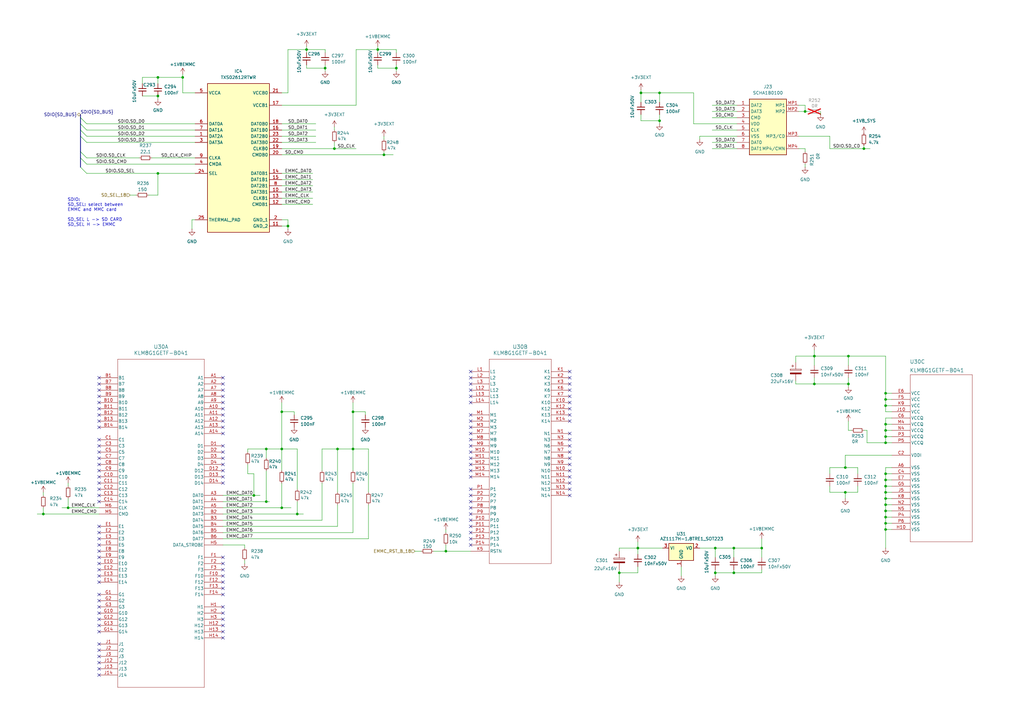
<source format=kicad_sch>
(kicad_sch (version 20250114) (generator "eeschema") (generator_version "9.0")
  (paper "A3")
  (title_block (title "NASR-M") (date "2025-09-26") (rev "D 0.9.4") (company "electrodyssey.net") (comment 1 "Selectable SD card / EMMC") (comment 2 "(c) Nazim 2025") (comment 3 "Author: Nazim Aghabayov") (comment 4 "SYZYGY Carrier Mainboard") (comment 5 "rel: Fletched Bustard"))
  (bus_alias "SD_BUS" (members "SD_D0" "SD_D1" "SD_D2" "SD_D3" "SD_CLK" "SD_CMD" "SD_SEL" "SD_CD"))
  (text "SDIO:\nSD_SEL: select between\nEMMC and MMC card\n\nSD_SEL L -> SD CARD\nSD_SEL H -> EMMC" (at 27.686 87.122 0) (effects (font (size 1.27 1.27)) (justify left)))
  (junction (at 64.77 39.37))
  (junction (at 363.22 209.55))
  (junction (at 354.33 60.96))
  (junction (at 104.14 203.2))
  (junction (at 118.11 92.71))
  (junction (at 363.22 199.39))
  (junction (at 293.37 224.79))
  (junction (at 154.94 20.32))
  (junction (at 144.78 184.15))
  (junction (at 261.62 224.79))
  (junction (at 64.77 31.75))
  (junction (at 182.88 226.06))
  (junction (at 74.93 31.75))
  (junction (at 262.89 38.1))
  (junction (at 334.01 157.48))
  (junction (at 363.22 176.53))
  (junction (at 254 234.95))
  (junction (at 347.98 146.05))
  (junction (at 109.22 205.74))
  (junction (at 121.92 210.82))
  (junction (at 363.22 212.09))
  (junction (at 144.78 168.91))
  (junction (at 115.57 208.28))
  (junction (at 363.22 179.07))
  (junction (at 157.48 63.5))
  (junction (at 300.99 234.95))
  (junction (at 363.22 161.29))
  (junction (at 115.57 168.91))
  (junction (at 27.94 208.28))
  (junction (at 133.35 27.94))
  (junction (at 346.71 191.77))
  (junction (at 293.37 234.95))
  (junction (at 363.22 214.63))
  (junction (at 363.22 173.99))
  (junction (at 330.2 45.72))
  (junction (at 363.22 181.61))
  (junction (at 125.73 20.32))
  (junction (at 363.22 204.47))
  (junction (at 162.56 27.94))
  (junction (at 363.22 207.01))
  (junction (at 347.98 157.48))
  (junction (at 270.51 38.1))
  (junction (at 363.22 166.37))
  (junction (at 64.77 71.12))
  (junction (at 300.99 224.79))
  (junction (at 312.42 224.79))
  (junction (at 334.01 146.05))
  (junction (at 17.78 210.82))
  (junction (at 137.16 60.96))
  (junction (at 363.22 217.17))
  (junction (at 346.71 201.93))
  (junction (at 109.22 184.15))
  (junction (at 363.22 196.85))
  (junction (at 115.57 184.15))
  (junction (at 138.43 184.15))
  (junction (at 363.22 201.93))
  (junction (at 363.22 194.31))
  (junction (at 363.22 163.83))
  (junction (at 270.51 49.53))
  (no_connect (at 91.44 165.1))
  (no_connect (at 193.04 210.82))
  (no_connect (at 40.64 203.2))
  (no_connect (at 40.64 276.86))
  (no_connect (at 233.68 193.04))
  (no_connect (at 91.44 254))
  (no_connect (at 233.68 160.02))
  (no_connect (at 40.64 172.72))
  (no_connect (at 40.64 218.44))
  (no_connect (at 91.44 231.14))
  (no_connect (at 233.68 167.64))
  (no_connect (at 233.68 195.58))
  (no_connect (at 40.64 271.78))
  (no_connect (at 193.04 172.72))
  (no_connect (at 40.64 162.56))
  (no_connect (at 40.64 248.92))
  (no_connect (at 40.64 205.74))
  (no_connect (at 91.44 241.3))
  (no_connect (at 233.68 172.72))
  (no_connect (at 91.44 228.6))
  (no_connect (at 91.44 154.94))
  (no_connect (at 91.44 198.12))
  (no_connect (at 40.64 226.06))
  (no_connect (at 193.04 213.36))
  (no_connect (at 91.44 177.8))
  (no_connect (at 40.64 238.76))
  (no_connect (at 40.64 254))
  (no_connect (at 40.64 243.84))
  (no_connect (at 233.68 190.5))
  (no_connect (at 40.64 160.02))
  (no_connect (at 193.04 182.88))
  (no_connect (at 91.44 195.58))
  (no_connect (at 233.68 170.18))
  (no_connect (at 40.64 195.58))
  (no_connect (at 40.64 215.9))
  (no_connect (at 40.64 259.08))
  (no_connect (at 91.44 157.48))
  (no_connect (at 193.04 193.04))
  (no_connect (at 91.44 243.84))
  (no_connect (at 91.44 175.26))
  (no_connect (at 40.64 185.42))
  (no_connect (at 193.04 154.94))
  (no_connect (at 40.64 266.7))
  (no_connect (at 233.68 177.8))
  (no_connect (at 40.64 167.64))
  (no_connect (at 233.68 165.1))
  (no_connect (at 233.68 187.96))
  (no_connect (at 91.44 172.72))
  (no_connect (at 40.64 157.48))
  (no_connect (at 40.64 274.32))
  (no_connect (at 91.44 248.92))
  (no_connect (at 193.04 185.42))
  (no_connect (at 40.64 269.24))
  (no_connect (at 193.04 162.56))
  (no_connect (at 91.44 236.22))
  (no_connect (at 91.44 193.04))
  (no_connect (at 40.64 233.68))
  (no_connect (at 193.04 177.8))
  (no_connect (at 193.04 203.2))
  (no_connect (at 193.04 170.18))
  (no_connect (at 193.04 215.9))
  (no_connect (at 193.04 180.34))
  (no_connect (at 40.64 220.98))
  (no_connect (at 40.64 264.16))
  (no_connect (at 193.04 223.52))
  (no_connect (at 91.44 233.68))
  (no_connect (at 193.04 200.66))
  (no_connect (at 91.44 256.54))
  (no_connect (at 193.04 205.74))
  (no_connect (at 233.68 162.56))
  (no_connect (at 193.04 220.98))
  (no_connect (at 91.44 251.46))
  (no_connect (at 233.68 152.4))
  (no_connect (at 91.44 160.02))
  (no_connect (at 193.04 152.4))
  (no_connect (at 40.64 228.6))
  (no_connect (at 91.44 190.5))
  (no_connect (at 91.44 162.56))
  (no_connect (at 40.64 170.18))
  (no_connect (at 40.64 200.66))
  (no_connect (at 193.04 157.48))
  (no_connect (at 40.64 180.34))
  (no_connect (at 193.04 190.5))
  (no_connect (at 40.64 251.46))
  (no_connect (at 40.64 246.38))
  (no_connect (at 91.44 187.96))
  (no_connect (at 193.04 187.96))
  (no_connect (at 91.44 238.76))
  (no_connect (at 193.04 195.58))
  (no_connect (at 193.04 218.44))
  (no_connect (at 40.64 182.88))
  (no_connect (at 193.04 175.26))
  (no_connect (at 40.64 236.22))
  (no_connect (at 233.68 154.94))
  (no_connect (at 40.64 256.54))
  (no_connect (at 40.64 187.96))
  (no_connect (at 40.64 231.14))
  (no_connect (at 40.64 190.5))
  (no_connect (at 193.04 160.02))
  (no_connect (at 233.68 157.48))
  (no_connect (at 40.64 193.04))
  (no_connect (at 91.44 167.64))
  (no_connect (at 193.04 208.28))
  (no_connect (at 40.64 223.52))
  (no_connect (at 233.68 185.42))
  (no_connect (at 40.64 175.26))
  (no_connect (at 233.68 180.34))
  (no_connect (at 91.44 259.08))
  (no_connect (at 40.64 154.94))
  (no_connect (at 40.64 165.1))
  (no_connect (at 91.44 182.88))
  (no_connect (at 233.68 203.2))
  (no_connect (at 91.44 185.42))
  (no_connect (at 233.68 200.66))
  (no_connect (at 233.68 182.88))
  (no_connect (at 40.64 198.12))
  (no_connect (at 91.44 170.18))
  (no_connect (at 91.44 261.62))
  (no_connect (at 193.04 165.1))
  (no_connect (at 233.68 198.12))
  (bus_entry (at 33.02 62.23) (size 2.54 2.54))
  (bus_entry (at 33.02 64.77) (size 2.54 2.54))
  (bus_entry (at 33.02 50.8) (size 2.54 2.54))
  (bus_entry (at 33.02 55.88) (size 2.54 2.54))
  (bus_entry (at 33.02 68.58) (size 2.54 2.54))
  (bus_entry (at 33.02 48.26) (size 2.54 2.54))
  (bus_entry (at 33.02 53.34) (size 2.54 2.54))
  (wire (pts (xy 133.35 26.67) (xy 133.35 27.94)))
  (wire (pts (xy 363.22 171.45) (xy 365.76 171.45)))
  (wire (pts (xy 363.22 196.85) (xy 363.22 199.39)))
  (wire (pts (xy 254 238.76) (xy 254 234.95)))
  (wire (pts (xy 363.22 207.01) (xy 363.22 209.55)))
  (wire (pts (xy 138.43 184.15) (xy 144.78 184.15)))
  (wire (pts (xy 154.94 20.32) (xy 154.94 21.59)))
  (wire (pts (xy 138.43 207.01) (xy 138.43 215.9)))
  (wire (pts (xy 35.56 71.12) (xy 64.77 71.12)))
  (wire (pts (xy 138.43 215.9) (xy 91.44 215.9)))
  (wire (pts (xy 118.11 90.17) (xy 118.11 92.71)))
  (wire (pts (xy 182.88 226.06) (xy 193.04 226.06)))
  (wire (pts (xy 334.01 146.05) (xy 347.98 146.05)))
  (wire (pts (xy 365.76 181.61) (xy 363.22 181.61)))
  (wire (pts (xy 35.56 50.8) (xy 80.01 50.8)))
  (wire (pts (xy 35.56 67.31) (xy 80.01 67.31)))
  (wire (pts (xy 125.73 27.94) (xy 133.35 27.94)))
  (wire (pts (xy 270.51 46.99) (xy 270.51 49.53)))
  (wire (pts (xy 261.62 224.79) (xy 271.78 224.79)))
  (wire (pts (xy 363.22 209.55) (xy 363.22 212.09)))
  (wire (pts (xy 363.22 214.63) (xy 363.22 217.17)))
  (wire (pts (xy 151.13 201.93) (xy 151.13 184.15)))
  (wire (pts (xy 35.56 58.42) (xy 80.01 58.42)))
  (wire (pts (xy 115.57 198.12) (xy 115.57 208.28)))
  (wire (pts (xy 340.36 199.39) (xy 340.36 201.93)))
  (wire (pts (xy 346.71 201.93) (xy 346.71 204.47)))
  (wire (pts (xy 101.6 194.31) (xy 101.6 190.5)))
  (wire (pts (xy 58.42 34.29) (xy 58.42 31.75)))
  (wire (pts (xy 17.78 210.82) (xy 40.64 210.82)))
  (wire (pts (xy 279.4 236.22) (xy 279.4 232.41)))
  (wire (pts (xy 292.1 53.34) (xy 302.26 53.34)))
  (wire (pts (xy 292.1 43.18) (xy 302.26 43.18)))
  (wire (pts (xy 347.98 176.53) (xy 349.25 176.53)))
  (wire (pts (xy 355.6 181.61) (xy 363.22 181.61)))
  (wire (pts (xy 327.66 43.18) (xy 330.2 43.18)))
  (wire (pts (xy 115.57 92.71) (xy 118.11 92.71)))
  (wire (pts (xy 326.39 146.05) (xy 334.01 146.05)))
  (wire (pts (xy 144.78 168.91) (xy 149.86 168.91)))
  (bus (pts (xy 33.02 53.34) (xy 33.02 55.88)))
  (wire (pts (xy 363.22 176.53) (xy 363.22 179.07)))
  (wire (pts (xy 336.55 45.72) (xy 336.55 46.99)))
  (wire (pts (xy 330.2 60.96) (xy 330.2 62.23)))
  (wire (pts (xy 262.89 38.1) (xy 270.51 38.1)))
  (wire (pts (xy 293.37 224.79) (xy 300.99 224.79)))
  (wire (pts (xy 109.22 205.74) (xy 110.49 205.74)))
  (wire (pts (xy 64.77 34.29) (xy 64.77 31.75)))
  (wire (pts (xy 78.74 90.17) (xy 78.74 93.98)))
  (wire (pts (xy 262.89 49.53) (xy 270.51 49.53)))
  (wire (pts (xy 363.22 214.63) (xy 365.76 214.63)))
  (wire (pts (xy 132.08 198.12) (xy 132.08 213.36)))
  (wire (pts (xy 118.11 38.1) (xy 118.11 20.32)))
  (wire (pts (xy 354.33 60.96) (xy 356.87 60.96)))
  (wire (pts (xy 144.78 198.12) (xy 144.78 218.44)))
  (wire (pts (xy 351.79 199.39) (xy 351.79 201.93)))
  (bus (pts (xy 33.02 64.77) (xy 33.02 68.58)))
  (wire (pts (xy 137.16 52.07) (xy 137.16 53.34)))
  (wire (pts (xy 363.22 201.93) (xy 363.22 204.47)))
  (wire (pts (xy 162.56 26.67) (xy 162.56 27.94)))
  (wire (pts (xy 340.36 201.93) (xy 346.71 201.93)))
  (wire (pts (xy 254 233.68) (xy 254 234.95)))
  (wire (pts (xy 347.98 146.05) (xy 347.98 149.86)))
  (wire (pts (xy 270.51 38.1) (xy 270.51 41.91)))
  (wire (pts (xy 115.57 193.04) (xy 115.57 184.15)))
  (wire (pts (xy 300.99 233.68) (xy 300.99 234.95)))
  (wire (pts (xy 326.39 156.21) (xy 326.39 157.48)))
  (wire (pts (xy 146.05 20.32) (xy 154.94 20.32)))
  (bus (pts (xy 33.02 62.23) (xy 33.02 64.77)))
  (wire (pts (xy 302.26 50.8) (xy 284.48 50.8)))
  (wire (pts (xy 300.99 228.6) (xy 300.99 224.79)))
  (wire (pts (xy 137.16 60.96) (xy 146.05 60.96)))
  (wire (pts (xy 363.22 163.83) (xy 363.22 166.37)))
  (wire (pts (xy 115.57 208.28) (xy 119.38 208.28)))
  (wire (pts (xy 91.44 213.36) (xy 132.08 213.36)))
  (wire (pts (xy 17.78 210.82) (xy 17.78 208.28)))
  (wire (pts (xy 115.57 58.42) (xy 129.54 58.42)))
  (wire (pts (xy 17.78 201.93) (xy 17.78 203.2)))
  (wire (pts (xy 74.93 31.75) (xy 74.93 38.1)))
  (wire (pts (xy 292.1 60.96) (xy 302.26 60.96)))
  (wire (pts (xy 346.71 186.69) (xy 346.71 191.77)))
  (wire (pts (xy 157.48 55.88) (xy 157.48 57.15)))
  (wire (pts (xy 365.76 191.77) (xy 363.22 191.77)))
  (wire (pts (xy 27.94 204.47) (xy 27.94 208.28)))
  (wire (pts (xy 347.98 154.94) (xy 347.98 157.48)))
  (wire (pts (xy 64.77 80.01) (xy 64.77 71.12)))
  (wire (pts (xy 351.79 201.93) (xy 346.71 201.93)))
  (wire (pts (xy 363.22 161.29) (xy 363.22 163.83)))
  (wire (pts (xy 91.44 208.28) (xy 115.57 208.28)))
  (wire (pts (xy 177.8 226.06) (xy 182.88 226.06)))
  (wire (pts (xy 312.42 234.95) (xy 300.99 234.95)))
  (wire (pts (xy 115.57 76.2) (xy 128.27 76.2)))
  (wire (pts (xy 154.94 27.94) (xy 162.56 27.94)))
  (wire (pts (xy 334.01 157.48) (xy 347.98 157.48)))
  (wire (pts (xy 115.57 90.17) (xy 118.11 90.17)))
  (wire (pts (xy 363.22 191.77) (xy 363.22 194.31)))
  (wire (pts (xy 363.22 196.85) (xy 365.76 196.85)))
  (wire (pts (xy 74.93 38.1) (xy 80.01 38.1)))
  (wire (pts (xy 120.65 170.18) (xy 120.65 168.91)))
  (wire (pts (xy 346.71 186.69) (xy 365.76 186.69)))
  (wire (pts (xy 104.14 203.2) (xy 106.68 203.2)))
  (wire (pts (xy 104.14 194.31) (xy 104.14 203.2)))
  (wire (pts (xy 125.73 20.32) (xy 133.35 20.32)))
  (wire (pts (xy 104.14 194.31) (xy 101.6 194.31)))
  (wire (pts (xy 363.22 179.07) (xy 365.76 179.07)))
  (wire (pts (xy 138.43 184.15) (xy 132.08 184.15)))
  (wire (pts (xy 27.94 198.12) (xy 27.94 199.39)))
  (wire (pts (xy 115.57 73.66) (xy 128.27 73.66)))
  (wire (pts (xy 351.79 191.77) (xy 351.79 194.31)))
  (wire (pts (xy 363.22 204.47) (xy 363.22 207.01)))
  (wire (pts (xy 133.35 27.94) (xy 133.35 29.21)))
  (wire (pts (xy 363.22 194.31) (xy 365.76 194.31)))
  (wire (pts (xy 363.22 212.09) (xy 365.76 212.09)))
  (wire (pts (xy 120.65 168.91) (xy 115.57 168.91)))
  (wire (pts (xy 170.18 226.06) (xy 172.72 226.06)))
  (wire (pts (xy 330.2 43.18) (xy 330.2 45.72)))
  (wire (pts (xy 293.37 233.68) (xy 293.37 234.95)))
  (wire (pts (xy 292.1 45.72) (xy 302.26 45.72)))
  (wire (pts (xy 154.94 20.32) (xy 162.56 20.32)))
  (wire (pts (xy 109.22 193.04) (xy 109.22 205.74)))
  (wire (pts (xy 118.11 92.71) (xy 118.11 93.98)))
  (wire (pts (xy 144.78 184.15) (xy 151.13 184.15)))
  (wire (pts (xy 262.89 46.99) (xy 262.89 49.53)))
  (wire (pts (xy 162.56 20.32) (xy 162.56 21.59)))
  (wire (pts (xy 151.13 207.01) (xy 151.13 220.98)))
  (wire (pts (xy 60.96 80.01) (xy 64.77 80.01)))
  (wire (pts (xy 330.2 45.72) (xy 331.47 45.72)))
  (wire (pts (xy 363.22 179.07) (xy 363.22 181.61)))
  (wire (pts (xy 347.98 146.05) (xy 363.22 146.05)))
  (wire (pts (xy 363.22 209.55) (xy 365.76 209.55)))
  (wire (pts (xy 363.22 176.53) (xy 363.22 173.99)))
  (wire (pts (xy 254 224.79) (xy 254 226.06)))
  (wire (pts (xy 91.44 218.44) (xy 144.78 218.44)))
  (wire (pts (xy 363.22 199.39) (xy 363.22 201.93)))
  (wire (pts (xy 115.57 50.8) (xy 129.54 50.8)))
  (wire (pts (xy 115.57 53.34) (xy 129.54 53.34)))
  (wire (pts (xy 118.11 20.32) (xy 125.73 20.32)))
  (wire (pts (xy 363.22 194.31) (xy 363.22 196.85)))
  (wire (pts (xy 115.57 184.15) (xy 109.22 184.15)))
  (wire (pts (xy 91.44 203.2) (xy 104.14 203.2)))
  (wire (pts (xy 363.22 161.29) (xy 365.76 161.29)))
  (wire (pts (xy 115.57 165.1) (xy 115.57 168.91)))
  (wire (pts (xy 91.44 223.52) (xy 100.33 223.52)))
  (bus (pts (xy 33.02 55.88) (xy 33.02 62.23)))
  (wire (pts (xy 312.42 224.79) (xy 312.42 228.6)))
  (wire (pts (xy 91.44 210.82) (xy 121.92 210.82)))
  (wire (pts (xy 363.22 204.47) (xy 365.76 204.47)))
  (wire (pts (xy 182.88 223.52) (xy 182.88 226.06)))
  (wire (pts (xy 182.88 217.17) (xy 182.88 218.44)))
  (wire (pts (xy 254 224.79) (xy 261.62 224.79)))
  (wire (pts (xy 125.73 20.32) (xy 125.73 21.59)))
  (wire (pts (xy 326.39 146.05) (xy 326.39 148.59)))
  (wire (pts (xy 293.37 224.79) (xy 293.37 228.6)))
  (wire (pts (xy 100.33 223.52) (xy 100.33 224.79)))
  (wire (pts (xy 100.33 231.14) (xy 100.33 229.87)))
  (wire (pts (xy 363.22 207.01) (xy 365.76 207.01)))
  (wire (pts (xy 262.89 36.83) (xy 262.89 38.1)))
  (wire (pts (xy 287.02 224.79) (xy 293.37 224.79)))
  (wire (pts (xy 115.57 63.5) (xy 157.48 63.5)))
  (wire (pts (xy 144.78 184.15) (xy 144.78 168.91)))
  (wire (pts (xy 363.22 199.39) (xy 365.76 199.39)))
  (wire (pts (xy 25.4 208.28) (xy 27.94 208.28)))
  (wire (pts (xy 151.13 220.98) (xy 91.44 220.98)))
  (wire (pts (xy 35.56 53.34) (xy 80.01 53.34)))
  (wire (pts (xy 162.56 27.94) (xy 162.56 29.21)))
  (wire (pts (xy 115.57 60.96) (xy 137.16 60.96)))
  (wire (pts (xy 121.92 200.66) (xy 121.92 184.15)))
  (wire (pts (xy 363.22 146.05) (xy 363.22 161.29)))
  (wire (pts (xy 363.22 212.09) (xy 363.22 214.63)))
  (wire (pts (xy 363.22 176.53) (xy 365.76 176.53)))
  (wire (pts (xy 363.22 166.37) (xy 365.76 166.37)))
  (wire (pts (xy 101.6 184.15) (xy 109.22 184.15)))
  (wire (pts (xy 261.62 224.79) (xy 261.62 227.33)))
  (wire (pts (xy 347.98 157.48) (xy 347.98 158.75)))
  (wire (pts (xy 64.77 71.12) (xy 80.01 71.12)))
  (wire (pts (xy 115.57 83.82) (xy 128.27 83.82)))
  (wire (pts (xy 154.94 19.05) (xy 154.94 20.32)))
  (wire (pts (xy 363.22 163.83) (xy 365.76 163.83)))
  (wire (pts (xy 346.71 191.77) (xy 340.36 191.77)))
  (wire (pts (xy 64.77 31.75) (xy 74.93 31.75)))
  (wire (pts (xy 312.42 220.98) (xy 312.42 224.79)))
  (wire (pts (xy 287.02 57.15) (xy 287.02 55.88)))
  (wire (pts (xy 132.08 184.15) (xy 132.08 193.04)))
  (wire (pts (xy 27.94 208.28) (xy 40.64 208.28)))
  (wire (pts (xy 35.56 64.77) (xy 57.15 64.77)))
  (wire (pts (xy 115.57 81.28) (xy 128.27 81.28)))
  (wire (pts (xy 53.34 80.01) (xy 55.88 80.01)))
  (wire (pts (xy 157.48 62.23) (xy 157.48 63.5)))
  (wire (pts (xy 284.48 50.8) (xy 284.48 38.1)))
  (wire (pts (xy 115.57 55.88) (xy 129.54 55.88)))
  (wire (pts (xy 262.89 38.1) (xy 262.89 41.91)))
  (wire (pts (xy 115.57 168.91) (xy 115.57 184.15)))
  (wire (pts (xy 146.05 43.18) (xy 146.05 20.32)))
  (wire (pts (xy 363.22 201.93) (xy 365.76 201.93)))
  (wire (pts (xy 261.62 222.25) (xy 261.62 224.79)))
  (wire (pts (xy 144.78 165.1) (xy 144.78 168.91)))
  (wire (pts (xy 347.98 176.53) (xy 347.98 172.72)))
  (wire (pts (xy 58.42 39.37) (xy 64.77 39.37)))
  (wire (pts (xy 91.44 205.74) (xy 109.22 205.74)))
  (wire (pts (xy 284.48 38.1) (xy 270.51 38.1)))
  (wire (pts (xy 354.33 59.69) (xy 354.33 60.96)))
  (wire (pts (xy 154.94 26.67) (xy 154.94 27.94)))
  (wire (pts (xy 270.51 50.8) (xy 270.51 49.53)))
  (wire (pts (xy 121.92 210.82) (xy 124.46 210.82)))
  (bus (pts (xy 33.02 50.8) (xy 33.02 53.34)))
  (wire (pts (xy 363.22 217.17) (xy 363.22 224.79)))
  (wire (pts (xy 363.22 166.37) (xy 363.22 168.91)))
  (wire (pts (xy 354.33 176.53) (xy 355.6 176.53)))
  (wire (pts (xy 326.39 157.48) (xy 334.01 157.48)))
  (wire (pts (xy 334.01 143.51) (xy 334.01 146.05)))
  (wire (pts (xy 62.23 64.77) (xy 80.01 64.77)))
  (wire (pts (xy 115.57 78.74) (xy 128.27 78.74)))
  (bus (pts (xy 33.02 48.26) (xy 33.02 50.8)))
  (wire (pts (xy 64.77 40.64) (xy 64.77 39.37)))
  (wire (pts (xy 300.99 234.95) (xy 293.37 234.95)))
  (wire (pts (xy 144.78 193.04) (xy 144.78 184.15)))
  (wire (pts (xy 300.99 224.79) (xy 312.42 224.79)))
  (wire (pts (xy 138.43 201.93) (xy 138.43 184.15)))
  (wire (pts (xy 15.24 210.82) (xy 17.78 210.82)))
  (wire (pts (xy 340.36 191.77) (xy 340.36 194.31)))
  (wire (pts (xy 363.22 217.17) (xy 365.76 217.17)))
  (wire (pts (xy 118.11 38.1) (xy 115.57 38.1)))
  (wire (pts (xy 121.92 205.74) (xy 121.92 210.82)))
  (wire (pts (xy 327.66 60.96) (xy 330.2 60.96)))
  (wire (pts (xy 355.6 176.53) (xy 355.6 181.61)))
  (wire (pts (xy 363.22 173.99) (xy 365.76 173.99)))
  (wire (pts (xy 101.6 184.15) (xy 101.6 185.42)))
  (bus (pts (xy 33.02 46.99) (xy 33.02 48.26)))
  (wire (pts (xy 121.92 184.15) (xy 115.57 184.15)))
  (wire (pts (xy 340.36 60.96) (xy 340.36 55.88)))
  (wire (pts (xy 157.48 63.5) (xy 161.29 63.5)))
  (wire (pts (xy 74.93 30.48) (xy 74.93 31.75)))
  (wire (pts (xy 363.22 168.91) (xy 365.76 168.91)))
  (wire (pts (xy 312.42 233.68) (xy 312.42 234.95)))
  (wire (pts (xy 292.1 48.26) (xy 302.26 48.26)))
  (wire (pts (xy 254 234.95) (xy 261.62 234.95)))
  (wire (pts (xy 125.73 19.05) (xy 125.73 20.32)))
  (wire (pts (xy 35.56 55.88) (xy 80.01 55.88)))
  (wire (pts (xy 115.57 43.18) (xy 146.05 43.18)))
  (wire (pts (xy 149.86 170.18) (xy 149.86 168.91)))
  (wire (pts (xy 115.57 71.12) (xy 128.27 71.12)))
  (wire (pts (xy 109.22 187.96) (xy 109.22 184.15)))
  (wire (pts (xy 327.66 45.72) (xy 330.2 45.72)))
  (wire (pts (xy 261.62 234.95) (xy 261.62 232.41)))
  (wire (pts (xy 58.42 31.75) (xy 64.77 31.75)))
  (wire (pts (xy 340.36 55.88) (xy 327.66 55.88)))
  (wire (pts (xy 292.1 58.42) (xy 302.26 58.42)))
  (wire (pts (xy 293.37 236.22) (xy 293.37 234.95)))
  (wire (pts (xy 80.01 90.17) (xy 78.74 90.17)))
  (wire (pts (xy 346.71 191.77) (xy 351.79 191.77)))
  (wire (pts (xy 334.01 146.05) (xy 334.01 149.86)))
  (wire (pts (xy 133.35 20.32) (xy 133.35 21.59)))
  (wire (pts (xy 137.16 58.42) (xy 137.16 60.96)))
  (wire (pts (xy 363.22 173.99) (xy 363.22 171.45)))
  (wire (pts (xy 340.36 60.96) (xy 354.33 60.96)))
  (wire (pts (xy 125.73 26.67) (xy 125.73 27.94)))
  (wire (pts (xy 334.01 154.94) (xy 334.01 157.48)))
  (wire (pts (xy 330.2 67.31) (xy 330.2 68.58)))
  (wire (pts (xy 287.02 55.88) (xy 302.26 55.88)))
  (label "SD_DAT2" (at 118.11 55.88 0))
  (label "EMMC_DAT0" (at 92.71 203.2 0))
  (label "SD_DAT0" (at 118.11 50.8 0))
  (label "EMMC_DAT6" (at 92.71 218.44 0))
  (label "EMMC_DAT1" (at 116.84 73.66 0))
  (label "EMMC_CLK" (at 29.21 208.28 0))
  (label "SD_CLK" (at 138.43 60.96 0))
  (label "SD_CLK" (at 293.37 53.34 0))
  (label "EMMC_DAT2" (at 92.71 208.28 0))
  (label "SD_DAT1" (at 293.37 60.96 0))
  (label "SDIO.SD_CLK" (at 39.37 64.77 0))
  (label "SD_DAT2" (at 293.37 43.18 0))
  (label "SD_CMD" (at 293.37 48.26 0))
  (label "SD_DAT0" (at 293.37 58.42 0))
  (label "EMMC_DAT3" (at 116.84 78.74 0))
  (label "SDIO.SD_D3" (at 48.26 58.42 0))
  (label "SD_CLK_CHIP" (at 66.04 64.77 0))
  (label "EMMC_CLK" (at 116.84 81.28 0))
  (label "SDIO.SD_D0" (at 48.26 50.8 0))
  (label "SD_DAT3" (at 293.37 45.72 0))
  (label "EMMC_DAT4" (at 92.71 213.36 0))
  (label "SDIO.SD_D1" (at 48.26 53.34 0))
  (label "SDIO.SD_CD" (at 341.63 60.96 0))
  (label "EMMC_CMD" (at 29.21 210.82 0))
  (label "SDIO.SD_CMD" (at 39.37 67.31 0))
  (label "EMMC_DAT7" (at 92.71 220.98 0))
  (label "SDIO.SD_SEL" (at 43.18 71.12 0))
  (label "EMMC_DAT5" (at 92.71 215.9 0))
  (label "SD_DAT1" (at 118.11 53.34 0))
  (label "EMMC_DAT2" (at 116.84 76.2 0))
  (label "EMMC_DAT3" (at 92.71 210.82 0))
  (label "EMMC_DAT0" (at 116.84 71.12 0))
  (label "SD_DAT3" (at 118.11 58.42 0))
  (label "EMMC_CMD" (at 116.84 83.82 0))
  (label "EMMC_DAT1" (at 92.71 205.74 0))
  (label "SDIO{SD_BUS}" (at 33.02 46.99 0))
  (label "SD_CMD" (at 116.84 63.5 0))
  (label "SDIO.SD_D2" (at 48.26 55.88 0))
  (hierarchical_label "SDIO{SD_BUS}" (shape bidirectional) (at 33.02 46.99 180))
  (hierarchical_label "SD_SEL_18" (shape input) (at 53.34 80.01 180))
  (hierarchical_label "EMMC_RST_B_18" (shape input) (at 170.18 226.06 180))
  (symbol (lib_id "GPWR3V3EXT:+3V3EXT") (at 157.48 55.88 0) (unit 1)
    (property "Reference" "#PWR3V3EXT013" (effects (hide yes)))
    (property "Value" "+3V3EXT" (at 157.48 50.8 0))
    (property "Description" "Power symbol creates a global label with name \"+3V3EXT\"" (effects (hide yes)))
  )
  (symbol (lib_id "KLM8G1GETF-B041:KLM8G1GETF-B041") (at 193.04 152.4 0) (unit 2)
    (property "Reference" "U30" (at 213.36 142.24 0) (effects (font (size 1.524 1.524))))
    (property "Value" "KLM8G1GETF-B041" (at 213.36 144.78 0) (effects (font (size 1.524 1.524))))
    (property "Footprint" "pretty:KLMBG2JENB-B041_SAM" (effects (hide yes)))
    (property "Datasheet" "KLM8G1GETF-B041" (effects (hide yes)))
    (property "JLCPCB Part #" "C499918" (effects (hide yes)))
  )
  (symbol (lib_id "Device:C_Small") (at 154.94 24.13 0) (unit 1)
    (property "Reference" "C299" (at 155.448 22.098 0) (effects (justify left)))
    (property "Value" "10uFx50V" (at 151.892 29.972 90) (effects (justify left)))
    (property "Footprint" "Capacitor_SMD:C_1206_3216Metric" (effects (hide yes)))
    (property "Part" "CS3216X5R106K500NRI" (effects (hide yes)))
    (property "JLCPCB Part #" "C513774" (effects (hide yes)))
  )
  (symbol (lib_id "GPWR1V8SYS:+1V8SYS") (at 354.33 54.61 0) (unit 1)
    (property "Reference" "#PWR1V8SYS022" (effects (hide yes)))
    (property "Value" "+1V8_SYS" (at 354.33 49.53 0))
  )
  (symbol (lib_id "Device:C_Small") (at 149.86 172.72 180) (unit 1)
    (property "Reference" "C298" (at 152.4 171.4435 0) (effects (justify right)))
    (property "Value" "100nF" (at 152.4 173.9835 0) (effects (justify right)))
    (property "Footprint" "Capacitor_SMD:C_0402_1005Metric" (effects (hide yes)))
    (property "JLCPCB Part #" "C541465" (effects (hide yes)))
    (property "Part" "CC0402JRX7R8BB104" (effects (hide yes)))
  )
  (symbol (lib_id "GPWR3V3EXT:+3V3EXT") (at 125.73 19.05 0) (unit 1)
    (property "Reference" "#PWR3V3EXT011" (effects (hide yes)))
    (property "Value" "+3V3EXT" (at 125.73 13.97 0))
    (property "Description" "Power symbol creates a global label with name \"+3V3EXT\"" (effects (hide yes)))
  )
  (symbol (lib_id "Device:C_Small") (at 351.79 196.85 180) (unit 1)
    (property "Reference" "C312" (at 354.33 195.5735 0) (effects (justify right)))
    (property "Value" "100nF" (at 354.33 198.1135 0) (effects (justify right)))
    (property "Footprint" "Capacitor_SMD:C_0402_1005Metric" (effects (hide yes)))
    (property "JLCPCB Part #" "C541465" (effects (hide yes)))
    (property "Part" "CC0402JRX7R8BB104" (effects (hide yes)))
  )
  (symbol (lib_id "power:GND") (at 133.35 29.21 0) (unit 1)
    (property "Reference" "#PWR0360" (effects (hide yes)))
    (property "Value" "GND" (at 133.35 33.782 0))
  )
  (symbol (lib_id "Device:R_Small") (at 115.57 195.58 0) (unit 1)
    (property "Reference" "R241" (at 116.586 194.31 0) (effects (justify left)))
    (property "Value" "47k" (at 116.84 196.596 0) (effects (justify left)))
    (property "Footprint" "Resistor_SMD:R_0402_1005Metric" (effects (hide yes)))
    (property "Description" "-55℃~+155℃ 47kΩ 50V 62.5mW Thick Film Resistor ±1% ±100ppm/℃ 0402 Chip Resistor - Surface Mount ROHS" (effects (hide yes)))
    (property "JLCPCB Part #" "C25792" (effects (hide yes)))
    (property "Part" "0402WGF4702TCE" (effects (hide yes)))
  )
  (symbol (lib_id "GPWR3V3MCU:+3V3MCU") (at 27.94 198.12 0) (unit 1)
    (property "Reference" "#PWR1V8EMMC02" (effects (hide yes)))
    (property "Value" "+1V8EMMC" (at 27.94 194.056 0))
  )
  (symbol (lib_id "GPWR3V3MCU:+3V3MCU") (at 144.78 165.1 0) (unit 1)
    (property "Reference" "#PWR1V8EMMC05" (effects (hide yes)))
    (property "Value" "+1V8EMMC" (at 144.78 161.036 0))
  )
  (symbol (lib_id "GPWR3V3EXT:+3V3EXT") (at 137.16 52.07 0) (unit 1)
    (property "Reference" "#PWR3V3EXT012" (effects (hide yes)))
    (property "Value" "+3V3EXT" (at 137.16 46.99 0))
    (property "Description" "Power symbol creates a global label with name \"+3V3EXT\"" (effects (hide yes)))
  )
  (symbol (lib_id "Device:C_Small") (at 347.98 152.4 180) (unit 1)
    (property "Reference" "C311" (at 350.52 151.1235 0) (effects (justify right)))
    (property "Value" "100nF" (at 350.52 153.6635 0) (effects (justify right)))
    (property "Footprint" "Capacitor_SMD:C_0402_1005Metric" (effects (hide yes)))
    (property "JLCPCB Part #" "C541465" (effects (hide yes)))
    (property "Part" "CC0402JRX7R8BB104" (effects (hide yes)))
  )
  (symbol (lib_id "Regulator_Linear:LD1117S18TR_SOT223") (at 279.4 224.79 0) (unit 1)
    (property "Reference" "U31" (at 279.4 218.948 0))
    (property "Value" "AZ1117H-1.8TRE1_SOT223" (at 283.718 220.98 0))
    (property "Footprint" "Package_TO_SOT_SMD:SOT-223-3_TabPin2" (effects (hide yes)))
    (property "Part" "LM1117MPX-1.8/NOPB" (effects (hide yes)))
    (property "JLCPCB Part #" "C9660" (effects (hide yes)))
  )
  (symbol (lib_id "Device:C_Polarized") (at 326.39 152.4 0) (unit 1)
    (property "Reference" "C308" (at 315.976 153.924 0) (effects (justify left)))
    (property "Value" "22uFx16V" (at 315.976 156.464 0) (effects (justify left)))
    (property "Footprint" "Capacitor_Tantalum_SMD:CP_EIA-6032-15_Kemet-U" (effects (hide yes)))
    (property "Description" "-55℃~+125℃ 16V 22uF 350mΩ ±10% 2312 Tantalum Capacitors ROHS" (effects (hide yes)))
    (property "Part" "TR3C226K016C0350" (effects (hide yes)))
    (property "JLCPCB Part #" "C1954274" (effects (hide yes)))
  )
  (symbol (lib_id "Device:C_Small") (at 334.01 152.4 0) (unit 1)
    (property "Reference" "C309" (at 336.55 151.1363 0) (effects (justify left)))
    (property "Value" "10nFx50V" (at 336.55 153.6763 0) (effects (justify left)))
    (property "Footprint" "Capacitor_SMD:C_1206_3216Metric" (effects (hide yes)))
    (property "JLCPCB Part #" "C513774" (effects (hide yes)))
  )
  (symbol (lib_id "power:GND") (at 162.56 29.21 0) (unit 1)
    (property "Reference" "#PWR0362" (effects (hide yes)))
    (property "Value" "GND" (at 162.56 33.782 0))
  )
  (symbol (lib_id "Device:C_Small") (at 340.36 196.85 180) (unit 1)
    (property "Reference" "C310" (at 342.9 195.5735 0) (effects (justify right)))
    (property "Value" "100nF" (at 342.9 198.1135 0) (effects (justify right)))
    (property "Footprint" "Capacitor_SMD:C_0402_1005Metric" (effects (hide yes)))
    (property "JLCPCB Part #" "C541465" (effects (hide yes)))
    (property "Part" "CC0402JRX7R8BB104" (effects (hide yes)))
  )
  (symbol (lib_name "GND_2") (lib_id "power:GND") (at 118.11 93.98 0) (unit 1)
    (property "Reference" "#PWR0358" (effects (hide yes)))
    (property "Value" "GND" (at 118.11 99.06 0))
    (property "Description" "Power symbol creates a global label with name \"GND\" , ground" (effects (hide yes)))
  )
  (symbol (lib_id "Device:R_Small") (at 58.42 80.01 270) (unit 1)
    (property "Reference" "R236" (at 58.674 75.184 90))
    (property "Value" "150" (at 58.42 77.724 90))
    (property "Footprint" "Resistor_SMD:R_0402_1005Metric" (effects (hide yes)))
    (property "JLCPCB Part #" "C25082" (effects (hide yes)))
    (property "Part" "0402WGF1500TCE" (effects (hide yes)))
  )
  (symbol (lib_id "GPWR3V3MCU:+3V3MCU") (at 312.42 220.98 0) (unit 1)
    (property "Reference" "#PWR1V8EMMC08" (effects (hide yes)))
    (property "Value" "+1V8EMMC" (at 312.42 216.916 0))
  )
  (symbol (lib_id "KLM8G1GETF-B041:KLM8G1GETF-B041") (at 40.64 154.94 0) (unit 1)
    (property "Reference" "U30" (at 66.04 142.24 0) (effects (font (size 1.524 1.524))))
    (property "Value" "KLM8G1GETF-B041" (at 66.04 144.78 0) (effects (font (size 1.524 1.524))))
    (property "Footprint" "pretty:KLMBG2JENB-B041_SAM" (effects (hide yes)))
    (property "Datasheet" "KLM8G1GETF-B041" (effects (hide yes)))
    (property "JLCPCB Part #" "C499918" (effects (hide yes)))
  )
  (symbol (lib_id "Device:R_Small") (at 100.33 227.33 0) (unit 1)
    (property "Reference" "R238" (at 102.87 226.0599 0) (effects (justify left)))
    (property "Value" "47k" (at 102.87 228.5999 0) (effects (justify left)))
    (property "Footprint" "Resistor_SMD:R_0402_1005Metric" (effects (hide yes)))
    (property "Description" "-55℃~+155℃ 47kΩ 50V 62.5mW Thick Film Resistor ±1% ±100ppm/℃ 0402 Chip Resistor - Surface Mount ROHS" (effects (hide yes)))
    (property "JLCPCB Part #" "C25792" (effects (hide yes)))
    (property "Part" "0402WGF4702TCE" (effects (hide yes)))
  )
  (symbol (lib_id "Device:C_Small") (at 64.77 36.83 180) (unit 1)
    (property "Reference" "C294" (at 67.31 35.5535 0) (effects (justify right)))
    (property "Value" "100nF" (at 67.31 38.0935 0) (effects (justify right)))
    (property "Footprint" "Capacitor_SMD:C_0402_1005Metric" (effects (hide yes)))
    (property "JLCPCB Part #" "C541465" (effects (hide yes)))
    (property "Part" "CC0402JRX7R8BB104" (effects (hide yes)))
  )
  (symbol (lib_id "GPWR3V3EXT:+3V3EXT") (at 261.62 222.25 0) (unit 1)
    (property "Reference" "#PWR3V3EXT014" (effects (hide yes)))
    (property "Value" "+3V3EXT" (at 261.62 217.17 0))
    (property "Description" "Power symbol creates a global label with name \"+3V3EXT\"" (effects (hide yes)))
  )
  (symbol (lib_id "power:GND") (at 120.65 175.26 0) (unit 1)
    (property "Reference" "#PWR0359" (effects (hide yes)))
    (property "Value" "GND" (at 120.65 180.34 0))
    (property "Description" "Power symbol creates a global label with name \"GND\" , ground" (effects (hide yes)))
  )
  (symbol (lib_id "Device:R_Small") (at 109.22 190.5 0) (unit 1)
    (property "Reference" "R240" (at 110.236 189.23 0) (effects (justify left)))
    (property "Value" "47k" (at 110.236 191.516 0) (effects (justify left)))
    (property "Footprint" "Resistor_SMD:R_0402_1005Metric" (effects (hide yes)))
    (property "Description" "-55℃~+155℃ 47kΩ 50V 62.5mW Thick Film Resistor ±1% ±100ppm/℃ 0402 Chip Resistor - Surface Mount ROHS" (effects (hide yes)))
    (property "JLCPCB Part #" "C25792" (effects (hide yes)))
    (property "Part" "0402WGF4702TCE" (effects (hide yes)))
  )
  (symbol (lib_name "GND_1") (lib_id "power:GND") (at 363.22 224.79 0) (unit 1)
    (property "Reference" "#PWR0372" (effects (hide yes)))
    (property "Value" "GND" (at 363.22 229.87 0))
    (property "Description" "Power symbol creates a global label with name \"GND\" , ground" (effects (hide yes)))
  )
  (symbol (lib_id "Device:R_Small") (at 17.78 205.74 0) (unit 1)
    (property "Reference" "R234" (at 20.32 204.4699 0) (effects (justify left)))
    (property "Value" "47k" (at 20.32 207.0099 0) (effects (justify left)))
    (property "Footprint" "Resistor_SMD:R_0402_1005Metric" (effects (hide yes)))
    (property "Description" "-55℃~+155℃ 47kΩ 50V 62.5mW Thick Film Resistor ±1% ±100ppm/℃ 0402 Chip Resistor - Surface Mount ROHS" (effects (hide yes)))
    (property "JLCPCB Part #" "C25792" (effects (hide yes)))
    (property "Part" "0402WGF4702TCE" (effects (hide yes)))
  )
  (symbol (lib_id "KLM8G1GETF-B041:KLM8G1GETF-B041") (at 365.76 161.29 0) (unit 3)
    (property "Reference" "U30" (at 373.126 148.336 0) (effects (font (size 1.524 1.524)) (justify left)))
    (property "Value" "KLM8G1GETF-B041" (at 373.126 151.892 0) (effects (font (size 1.524 1.524)) (justify left)))
    (property "Footprint" "pretty:KLMBG2JENB-B041_SAM" (effects (hide yes)))
    (property "Datasheet" "KLM8G1GETF-B041" (effects (hide yes)))
    (property "JLCPCB Part #" "C499918" (effects (hide yes)))
  )
  (symbol (lib_id "power:GND") (at 293.37 236.22 0) (unit 1)
    (property "Reference" "#PWR0367" (effects (hide yes)))
    (property "Value" "GND" (at 293.37 241.3 0))
    (property "Description" "Power symbol creates a global label with name \"GND\" , ground" (effects (hide yes)))
  )
  (symbol (lib_id "GPWR3V3MCU:+3V3MCU") (at 182.88 217.17 0) (unit 1)
    (property "Reference" "#PWR1V8EMMC07" (effects (hide yes)))
    (property "Value" "+1V8EMMC" (at 182.88 213.106 0))
  )
  (symbol (lib_id "Device:R_Small") (at 59.69 64.77 90) (unit 1)
    (property "Reference" "R237" (at 59.69 59.69 90))
    (property "Value" "22.1" (at 59.69 62.23 90))
    (property "Footprint" "Resistor_SMD:R_0402_1005Metric" (effects (hide yes)))
    (property "JLCPCB Part #" "C170264" (effects (hide yes)))
    (property "Part" "WR04X22R1FTL" (effects (hide yes)))
  )
  (symbol (lib_id "GPWR3V3EXT:+3V3EXT") (at 262.89 36.83 0) (unit 1)
    (property "Reference" "#PWR3V3EXT015" (effects (hide yes)))
    (property "Value" "+3V3EXT" (at 262.89 31.75 0))
    (property "Description" "Power symbol creates a global label with name \"+3V3EXT\"" (effects (hide yes)))
  )
  (symbol (lib_id "Device:R_Small") (at 138.43 204.47 0) (unit 1)
    (property "Reference" "R245" (at 139.446 203.2 0) (effects (justify left)))
    (property "Value" "47k" (at 139.7 205.486 0) (effects (justify left)))
    (property "Footprint" "Resistor_SMD:R_0402_1005Metric" (effects (hide yes)))
    (property "Description" "-55℃~+155℃ 47kΩ 50V 62.5mW Thick Film Resistor ±1% ±100ppm/℃ 0402 Chip Resistor - Surface Mount ROHS" (effects (hide yes)))
    (property "JLCPCB Part #" "C25792" (effects (hide yes)))
    (property "Part" "0402WGF4702TCE" (effects (hide yes)))
  )
  (symbol (lib_id "Device:R_Small") (at 27.94 201.93 0) (unit 1)
    (property "Reference" "R235" (at 30.48 200.6599 0) (effects (justify left)))
    (property "Value" "47k" (at 30.48 203.1999 0) (effects (justify left)))
    (property "Footprint" "Resistor_SMD:R_0402_1005Metric" (effects (hide yes)))
    (property "Description" "-55℃~+155℃ 47kΩ 50V 62.5mW Thick Film Resistor ±1% ±100ppm/℃ 0402 Chip Resistor - Surface Mount ROHS" (effects (hide yes)))
    (property "JLCPCB Part #" "C25792" (effects (hide yes)))
    (property "Part" "0402WGF4702TCE" (effects (hide yes)))
  )
  (symbol (lib_id "SCHA1B0100:SCHA1B0100") (at 302.26 43.18 0) (unit 1)
    (property "Reference" "J23" (at 314.96 35.56 0))
    (property "Value" "SCHA1B0100" (at 314.96 38.1 0))
    (property "Footprint" "pretty:SCHA1B0100" (effects (hide yes)))
    (property "Datasheet" "https://datasheet.lcsc.com/szlcsc/1912111437_ALPS-Electric-SCHA1B0100_C370963.pdf" (effects (hide yes)))
    (property "Description" "Memory Card Connectors MicroSD Std Mount with switch" (effects (hide yes)))
    (property "Height" "2.2" (effects (hide yes)))
    (property "Manufacturer_Name" "ALPS Electric" (effects (hide yes)))
    (property "Manufacturer_Part_Number" "SCHA1B0100" (effects (hide yes)))
    (property "Mouser Part Number" "688-SCHA1B0100" (effects (hide yes)))
    (property "Mouser Price/Stock" "https://www.mouser.co.uk/ProductDetail/Alps-Alpine/SCHA1B0100?qs=8YYpzd7qSxL7aoTMar39mA%3D%3D" (effects (hide yes)))
    (property "JLCPCB Part #" "C370963" (effects (hide yes)))
    (property "Part" "SCHA1B0100" (effects (hide yes)))
  )
  (symbol (lib_id "power:GND") (at 270.51 50.8 0) (unit 1)
    (property "Reference" "#PWR0364" (effects (hide yes)))
    (property "Value" "GND" (at 270.51 55.372 0))
  )
  (symbol (lib_id "Device:R_Small") (at 137.16 55.88 0) (unit 1)
    (property "Reference" "R244" (at 138.176 54.61 0) (effects (justify left)))
    (property "Value" "47k" (at 138.43 56.896 0) (effects (justify left)))
    (property "Footprint" "Resistor_SMD:R_0402_1005Metric" (effects (hide yes)))
    (property "Description" "-55℃~+155℃ 47kΩ 50V 62.5mW Thick Film Resistor ±1% ±100ppm/℃ 0402 Chip Resistor - Surface Mount ROHS" (effects (hide yes)))
    (property "JLCPCB Part #" "C25792" (effects (hide yes)))
    (property "Part" "0402WGF4702TCE" (effects (hide yes)))
  )
  (symbol (lib_id "GPWR3V3MCU:+3V3MCU") (at 74.93 30.48 0) (unit 1)
    (property "Reference" "#PWR1V8EMMC03" (effects (hide yes)))
    (property "Value" "+1V8EMMC" (at 74.93 26.416 0))
  )
  (symbol (lib_id "Device:C_Small") (at 261.62 229.87 0) (unit 1)
    (property "Reference" "C302" (at 264.16 228.6063 0) (effects (justify left)))
    (property "Value" "10nFx50V" (at 264.16 231.1463 0) (effects (justify left)))
    (property "Footprint" "Capacitor_SMD:C_1206_3216Metric" (effects (hide yes)))
    (property "JLCPCB Part #" "C513774" (effects (hide yes)))
  )
  (symbol (lib_id "Device:C_Polarized") (at 254 229.87 0) (unit 1)
    (property "Reference" "C301" (at 244.348 229.87 0) (effects (justify left)))
    (property "Value" "22uFx16V" (at 243.586 233.172 0) (effects (justify left)))
    (property "Footprint" "Capacitor_Tantalum_SMD:CP_EIA-6032-15_Kemet-U" (effects (hide yes)))
    (property "Description" "-55℃~+125℃ 16V 22uF 350mΩ ±10% 2312 Tantalum Capacitors ROHS" (effects (hide yes)))
    (property "Part" "TR3C226K016C0350" (effects (hide yes)))
    (property "JLCPCB Part #" "C1954274" (effects (hide yes)))
  )
  (symbol (lib_name "GND_3") (lib_id "power:GND") (at 330.2 68.58 0) (unit 1)
    (property "Reference" "#PWR0368" (effects (hide yes)))
    (property "Value" "GND" (at 330.2 73.66 0))
    (property "Description" "Power symbol creates a global label with name \"GND\" , ground" (effects (hide yes)))
  )
  (symbol (lib_id "Device:R_Small") (at 175.26 226.06 270) (unit 1)
    (property "Reference" "R249" (at 176.022 221.996 90))
    (property "Value" "150" (at 175.26 224.028 90))
    (property "Footprint" "Resistor_SMD:R_0402_1005Metric" (effects (hide yes)))
    (property "JLCPCB Part #" "C25082" (effects (hide yes)))
    (property "Part" "0402WGF1500TCE" (effects (hide yes)))
  )
  (symbol (lib_id "power:GND") (at 64.77 40.64 0) (unit 1)
    (property "Reference" "#PWR0355" (effects (hide yes)))
    (property "Value" "GND" (at 64.77 45.212 0))
  )
  (symbol (lib_id "Device:R_Small") (at 101.6 187.96 0) (unit 1)
    (property "Reference" "R239" (at 102.87 186.944 0) (effects (justify left)))
    (property "Value" "47k" (at 102.87 189.23 0) (effects (justify left)))
    (property "Footprint" "Resistor_SMD:R_0402_1005Metric" (effects (hide yes)))
    (property "Description" "-55℃~+155℃ 47kΩ 50V 62.5mW Thick Film Resistor ±1% ±100ppm/℃ 0402 Chip Resistor - Surface Mount ROHS" (effects (hide yes)))
    (property "JLCPCB Part #" "C25792" (effects (hide yes)))
    (property "Part" "0402WGF4702TCE" (effects (hide yes)))
  )
  (symbol (lib_id "power:GND") (at 149.86 175.26 0) (unit 1)
    (property "Reference" "#PWR0361" (effects (hide yes)))
    (property "Value" "GND" (at 149.86 180.34 0))
    (property "Description" "Power symbol creates a global label with name \"GND\" , ground" (effects (hide yes)))
  )
  (symbol (lib_id "Device:R_Small") (at 144.78 195.58 0) (unit 1)
    (property "Reference" "R246" (at 145.796 194.31 0) (effects (justify left)))
    (property "Value" "47k" (at 146.05 196.596 0) (effects (justify left)))
    (property "Footprint" "Resistor_SMD:R_0402_1005Metric" (effects (hide yes)))
    (property "Description" "-55℃~+155℃ 47kΩ 50V 62.5mW Thick Film Resistor ±1% ±100ppm/℃ 0402 Chip Resistor - Surface Mount ROHS" (effects (hide yes)))
    (property "JLCPCB Part #" "C25792" (effects (hide yes)))
    (property "Part" "0402WGF4702TCE" (effects (hide yes)))
  )
  (symbol (lib_id "GPWR3V3MCU:+3V3MCU") (at 17.78 201.93 0) (unit 1)
    (property "Reference" "#PWR1V8EMMC01" (effects (hide yes)))
    (property "Value" "+1V8EMMC" (at 17.78 197.866 0))
  )
  (symbol (lib_id "Device:R_Small") (at 182.88 220.98 0) (unit 1)
    (property "Reference" "R250" (at 184.15 219.71 0) (effects (justify left)))
    (property "Value" "10k" (at 184.15 222.25 0) (effects (justify left)))
    (property "Footprint" "Resistor_SMD:R_0402_1005Metric" (effects (hide yes)))
    (property "JLCPCB Part #" "C25744" (effects (hide yes)))
    (property "Part" "0402WGF1002TCE" (effects (hide yes)))
  )
  (symbol (lib_id "power:GND") (at 254 238.76 0) (unit 1)
    (property "Reference" "#PWR0363" (effects (hide yes)))
    (property "Value" "GND" (at 254 243.84 0))
    (property "Description" "Power symbol creates a global label with name \"GND\" , ground" (effects (hide yes)))
  )
  (symbol (lib_id "power:GND") (at 100.33 231.14 0) (unit 1)
    (property "Reference" "#PWR0357" (effects (hide yes)))
    (property "Value" "GND" (at 100.33 236.22 0))
    (property "Description" "Power symbol creates a global label with name \"GND\" , ground" (effects (hide yes)))
  )
  (symbol (lib_id "Device:C_Small") (at 58.42 36.83 0) (unit 1)
    (property "Reference" "C293" (at 58.674 34.798 0) (effects (justify left)))
    (property "Value" "10uFx50V" (at 55.118 42.164 90) (effects (justify left)))
    (property "Footprint" "Capacitor_SMD:C_1206_3216Metric" (effects (hide yes)))
    (property "Part" "CS3216X5R106K500NRI" (effects (hide yes)))
    (property "JLCPCB Part #" "C513774" (effects (hide yes)))
  )
  (symbol (lib_id "Device:R_Small") (at 157.48 59.69 0) (unit 1)
    (property "Reference" "R248" (at 158.496 58.42 0) (effects (justify left)))
    (property "Value" "47k" (at 158.75 60.706 0) (effects (justify left)))
    (property "Footprint" "Resistor_SMD:R_0402_1005Metric" (effects (hide yes)))
    (property "Description" "-55℃~+155℃ 47kΩ 50V 62.5mW Thick Film Resistor ±1% ±100ppm/℃ 0402 Chip Resistor - Surface Mount ROHS" (effects (hide yes)))
    (property "JLCPCB Part #" "C25792" (effects (hide yes)))
    (property "Part" "0402WGF4702TCE" (effects (hide yes)))
  )
  (symbol (lib_id "Device:C_Small") (at 262.89 44.45 0) (unit 1)
    (property "Reference" "C303" (at 264.287 41.783 0) (effects (justify left)))
    (property "Value" "10uFx50V" (at 259.334 48.514 90) (effects (justify left)))
    (property "Footprint" "Capacitor_SMD:C_1206_3216Metric" (effects (hide yes)))
    (property "Part" "CS3216X5R106K500NRI" (effects (hide yes)))
    (property "JLCPCB Part #" "C513774" (effects (hide yes)))
  )
  (symbol (lib_id "GPWR3V3MCU:+3V3MCU") (at 347.98 172.72 0) (unit 1)
    (property "Reference" "#PWR1V8EMMC09" (effects (hide yes)))
    (property "Value" "+1V8EMMC" (at 347.98 168.656 0))
  )
  (symbol (lib_id "power:GND") (at 347.98 158.75 0) (unit 1)
    (property "Reference" "#PWR0371" (effects (hide yes)))
    (property "Value" "GND" (at 347.98 163.322 0))
  )
  (symbol (lib_id "Device:C_Small") (at 300.99 231.14 180) (unit 1)
    (property "Reference" "C306" (at 303.53 229.8635 0) (effects (justify right)))
    (property "Value" "100nF" (at 303.53 232.4035 0) (effects (justify right)))
    (property "Footprint" "Capacitor_SMD:C_0402_1005Metric" (effects (hide yes)))
    (property "JLCPCB Part #" "C541465" (effects (hide yes)))
    (property "Part" "CC0402JRX7R8BB104" (effects (hide yes)))
  )
  (symbol (lib_id "Device:R_Small") (at 330.2 64.77 0) (unit 1)
    (property "Reference" "R251" (at 332.994 62.992 90) (effects (justify right)))
    (property "Value" "0R" (at 335.534 62.738 90) (effects (justify right)))
    (property "Footprint" "Resistor_SMD:R_0603_1608Metric" (effects (hide yes)))
    (property "JLCPCB Part #" "C2906974" (effects (hide yes)))
    (property "Part" "FRC0603F0000TS" (effects (hide yes)))
  )
  (symbol (lib_id "Device:C_Small") (at 270.51 44.45 180) (unit 1)
    (property "Reference" "C304" (at 273.05 43.1735 0) (effects (justify right)))
    (property "Value" "100nF" (at 273.05 45.7135 0) (effects (justify right)))
    (property "Footprint" "Capacitor_SMD:C_0402_1005Metric" (effects (hide yes)))
    (property "JLCPCB Part #" "C541465" (effects (hide yes)))
    (property "Part" "CC0402JRX7R8BB104" (effects (hide yes)))
  )
  (symbol (lib_name "GND_3") (lib_id "power:GND") (at 287.02 57.15 0) (unit 1)
    (property "Reference" "#PWR0366" (effects (hide yes)))
    (property "Value" "GND" (at 287.02 62.23 0))
    (property "Description" "Power symbol creates a global label with name \"GND\" , ground" (effects (hide yes)))
  )
  (symbol (lib_id "Device:R_Small") (at 354.33 57.15 0) (unit 1)
    (property "Reference" "R254" (at 356.235 55.88 0) (effects (justify left)))
    (property "Value" "4.7k" (at 356.235 58.42 0) (effects (justify left)))
    (property "Footprint" "Resistor_SMD:R_0402_1005Metric" (effects (hide yes)))
    (property "JLCPCB Part #" "C25900" (effects (hide yes)))
    (property "Part" "0402WGF4701TCE" (effects (hide yes)))
  )
  (symbol (lib_id "power:GND") (at 279.4 236.22 0) (unit 1)
    (property "Reference" "#PWR0365" (effects (hide yes)))
    (property "Value" "GND" (at 279.4 241.3 0))
    (property "Description" "Power symbol creates a global label with name \"GND\" , ground" (effects (hide yes)))
  )
  (symbol (lib_id "Device:R_Small") (at 351.79 176.53 270) (unit 1)
    (property "Reference" "R253" (at 354.33 178.816 90) (effects (justify right)))
    (property "Value" "0R" (at 352.044 181.102 90) (effects (justify right)))
    (property "Footprint" "Resistor_SMD:R_0603_1608Metric" (effects (hide yes)))
    (property "JLCPCB Part #" "C2906974" (effects (hide yes)))
    (property "Part" "FRC0603F0000TS" (effects (hide yes)))
  )
  (symbol (lib_id "Device:R_Small") (at 334.01 45.72 90) (unit 1) (dnp yes)
    (property "Reference" "R252" (at 331.47 41.148 90) (effects (justify right)))
    (property "Value" "0R" (at 332.74 43.434 90) (effects (justify right)))
    (property "Footprint" "Resistor_SMD:R_0603_1608Metric" (effects (hide yes)))
    (property "JLCPCB Part #" "C21189" (effects (hide yes)))
    (property "Part" "0603WAF0000T5E" (effects (hide yes)))
  )
  (symbol (lib_id "Device:C_Small") (at 125.73 24.13 0) (unit 1)
    (property "Reference" "C296" (at 126.238 22.098 0) (effects (justify left)))
    (property "Value" "10uFx50V" (at 122.682 29.972 90) (effects (justify left)))
    (property "Footprint" "Capacitor_SMD:C_1206_3216Metric" (effects (hide yes)))
    (property "Part" "CS3216X5R106K500NRI" (effects (hide yes)))
    (property "JLCPCB Part #" "C513774" (effects (hide yes)))
  )
  (symbol (lib_id "GPWR3V3MCU:+3V3MCU") (at 154.94 19.05 0) (unit 1)
    (property "Reference" "#PWR1V8EMMC06" (effects (hide yes)))
    (property "Value" "+1V8EMMC" (at 154.94 14.986 0))
  )
  (symbol (lib_id "Device:C_Small") (at 312.42 231.14 0) (unit 1)
    (property "Reference" "C307" (at 314.96 229.8763 0) (effects (justify left)))
    (property "Value" "10nFx50V" (at 314.96 232.4163 0) (effects (justify left)))
    (property "Footprint" "Capacitor_SMD:C_1206_3216Metric" (effects (hide yes)))
    (property "JLCPCB Part #" "C513774" (effects (hide yes)))
  )
  (symbol (lib_id "Device:C_Small") (at 120.65 172.72 180) (unit 1)
    (property "Reference" "C295" (at 123.19 171.4435 0) (effects (justify right)))
    (property "Value" "100nF" (at 123.19 173.9835 0) (effects (justify right)))
    (property "Footprint" "Capacitor_SMD:C_0402_1005Metric" (effects (hide yes)))
    (property "JLCPCB Part #" "C541465" (effects (hide yes)))
    (property "Part" "CC0402JRX7R8BB104" (effects (hide yes)))
  )
  (symbol (lib_id "Device:C_Small") (at 162.56 24.13 180) (unit 1)
    (property "Reference" "C300" (at 165.1 22.8535 0) (effects (justify right)))
    (property "Value" "100nF" (at 165.1 25.3935 0) (effects (justify right)))
    (property "Footprint" "Capacitor_SMD:C_0402_1005Metric" (effects (hide yes)))
    (property "JLCPCB Part #" "C541465" (effects (hide yes)))
    (property "Part" "CC0402JRX7R8BB104" (effects (hide yes)))
  )
  (symbol (lib_id "Device:C_Small") (at 293.37 231.14 0) (unit 1)
    (property "Reference" "C305" (at 294.767 228.473 0) (effects (justify left)))
    (property "Value" "10uFx50V" (at 289.814 235.204 90) (effects (justify left)))
    (property "Footprint" "Capacitor_SMD:C_1206_3216Metric" (effects (hide yes)))
    (property "Part" "CS3216X5R106K500NRI" (effects (hide yes)))
    (property "JLCPCB Part #" "C513774" (effects (hide yes)))
  )
  (symbol (lib_id "Device:R_Small") (at 132.08 195.58 0) (unit 1)
    (property "Reference" "R243" (at 133.096 194.31 0) (effects (justify left)))
    (property "Value" "47k" (at 133.35 196.596 0) (effects (justify left)))
    (property "Footprint" "Resistor_SMD:R_0402_1005Metric" (effects (hide yes)))
    (property "Description" "-55℃~+155℃ 47kΩ 50V 62.5mW Thick Film Resistor ±1% ±100ppm/℃ 0402 Chip Resistor - Surface Mount ROHS" (effects (hide yes)))
    (property "JLCPCB Part #" "C25792" (effects (hide yes)))
    (property "Part" "0402WGF4702TCE" (effects (hide yes)))
  )
  (symbol (lib_id "GPWR3V3MCU:+3V3MCU") (at 115.57 165.1 0) (unit 1)
    (property "Reference" "#PWR1V8EMMC04" (effects (hide yes)))
    (property "Value" "+1V8EMMC" (at 115.57 161.036 0))
  )
  (symbol (lib_id "Device:C_Small") (at 133.35 24.13 180) (unit 1)
    (property "Reference" "C297" (at 135.89 22.8535 0) (effects (justify right)))
    (property "Value" "100nF" (at 135.89 25.3935 0) (effects (justify right)))
    (property "Footprint" "Capacitor_SMD:C_0402_1005Metric" (effects (hide yes)))
    (property "JLCPCB Part #" "C541465" (effects (hide yes)))
    (property "Part" "CC0402JRX7R8BB104" (effects (hide yes)))
  )
  (symbol (lib_name "GND_3") (lib_id "power:GND") (at 336.55 46.99 0) (unit 1)
    (property "Reference" "#PWR0369" (effects (hide yes)))
    (property "Value" "GND" (at 336.55 52.07 0))
    (property "Description" "Power symbol creates a global label with name \"GND\" , ground" (effects (hide yes)))
  )
  (symbol (lib_id "TXS02612RTWR:TXS02612RTWR") (at 80.01 50.8 0) (unit 1)
    (property "Reference" "IC4" (at 97.79 29.21 0))
    (property "Value" "TXS02612RTWR" (at 97.79 31.75 0))
    (property "Footprint" "pretty:QFN50P400X400X80-25N-D" (effects (hide yes)))
    (property "Datasheet" "http://www.ti.com/lit/gpn/txs02612" (effects (hide yes)))
    (property "Description" "SDIO Port Expander With Voltage-Level Translation" (effects (hide yes)))
    (property "Height" "0.8" (effects (hide yes)))
    (property "Mouser Part Number" "595-TXS02612RTWR" (effects (hide yes)))
    (property "Mouser Price/Stock" "https://www.mouser.co.uk/ProductDetail/Texas-Instruments/TXS02612RTWR?qs=dqESbKqT1jaNFKC1R4M7hw%3D%3D" (effects (hide yes)))
    (property "Manufacturer_Name" "Texas Instruments" (effects (hide yes)))
    (property "Manufacturer_Part_Number" "TXS02612RTWR" (effects (hide yes)))
    (property "Part" "TXS02612RTWR" (effects (hide yes)))
    (property "MFR.Part #" "C140276" (effects (hide yes)))
    (property "JLCPCB Part #" "C140276" (effects (hide yes)))
  )
  (symbol (lib_id "Device:R_Small") (at 151.13 204.47 0) (unit 1)
    (property "Reference" "R247" (at 152.146 203.2 0) (effects (justify left)))
    (property "Value" "47k" (at 152.4 205.486 0) (effects (justify left)))
    (property "Footprint" "Resistor_SMD:R_0402_1005Metric" (effects (hide yes)))
    (property "Description" "-55℃~+155℃ 47kΩ 50V 62.5mW Thick Film Resistor ±1% ±100ppm/℃ 0402 Chip Resistor - Surface Mount ROHS" (effects (hide yes)))
    (property "JLCPCB Part #" "C25792" (effects (hide yes)))
    (property "Part" "0402WGF4702TCE" (effects (hide yes)))
  )
  (symbol (lib_name "GND_2") (lib_id "power:GND") (at 78.74 93.98 0) (unit 1)
    (property "Reference" "#PWR0356" (effects (hide yes)))
    (property "Value" "GND" (at 78.74 99.06 0))
    (property "Description" "Power symbol creates a global label with name \"GND\" , ground" (effects (hide yes)))
  )
  (symbol (lib_id "Device:R_Small") (at 121.92 203.2 0) (unit 1)
    (property "Reference" "R242" (at 122.936 201.93 0) (effects (justify left)))
    (property "Value" "47k" (at 123.19 204.216 0) (effects (justify left)))
    (property "Footprint" "Resistor_SMD:R_0402_1005Metric" (effects (hide yes)))
    (property "Description" "-55℃~+155℃ 47kΩ 50V 62.5mW Thick Film Resistor ±1% ±100ppm/℃ 0402 Chip Resistor - Surface Mount ROHS" (effects (hide yes)))
    (property "JLCPCB Part #" "C25792" (effects (hide yes)))
    (property "Part" "0402WGF4702TCE" (effects (hide yes)))
  )
  (symbol (lib_name "GND_1") (lib_id "power:GND") (at 346.71 204.47 0) (unit 1)
    (property "Reference" "#PWR0370" (effects (hide yes)))
    (property "Value" "GND" (at 346.71 209.55 0))
    (property "Description" "Power symbol creates a global label with name \"GND\" , ground" (effects (hide yes)))
  )
  (symbol (lib_id "GPWR3V3EXT:+3V3EXT") (at 334.01 143.51 0) (unit 1)
    (property "Reference" "#PWR3V3EXT016" (effects (hide yes)))
    (property "Value" "+3V3EXT" (at 334.01 138.43 0))
    (property "Description" "Power symbol creates a global label with name \"+3V3EXT\"" (effects (hide yes)))
  )
)
</source>
